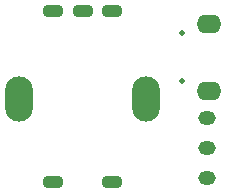
<source format=gbr>
%TF.GenerationSoftware,Altium Limited,Altium Designer,20.1.8 (145)*%
G04 Layer_Color=37055*
%FSLAX45Y45*%
%MOMM*%
%TF.SameCoordinates,B8344769-4606-4218-AAAC-353AEC7BCCEF*%
%TF.FilePolarity,Negative*%
%TF.FileFunction,Soldermask,Top*%
%TF.Part,Single*%
G01*
G75*
%TA.AperFunction,ComponentPad*%
G04:AMPARAMS|DCode=42|XSize=1.2mm|YSize=1.5mm|CornerRadius=0.6mm|HoleSize=0mm|Usage=FLASHONLY|Rotation=270.000|XOffset=0mm|YOffset=0mm|HoleType=Round|Shape=RoundedRectangle|*
%AMROUNDEDRECTD42*
21,1,1.20000,0.30000,0,0,270.0*
21,1,0.00000,1.50000,0,0,270.0*
1,1,1.20000,-0.15000,0.00000*
1,1,1.20000,-0.15000,0.00000*
1,1,1.20000,0.15000,0.00000*
1,1,1.20000,0.15000,0.00000*
%
%ADD42ROUNDEDRECTD42*%
%ADD43O,1.80000X1.10000*%
%ADD44O,2.35000X3.85000*%
G04:AMPARAMS|DCode=45|XSize=2.35mm|YSize=3.85mm|CornerRadius=1.175mm|HoleSize=0mm|Usage=FLASHONLY|Rotation=180.000|XOffset=0mm|YOffset=0mm|HoleType=Round|Shape=RoundedRectangle|*
%AMROUNDEDRECTD45*
21,1,2.35000,1.50000,0,0,180.0*
21,1,0.00000,3.85000,0,0,180.0*
1,1,2.35000,0.00000,0.75000*
1,1,2.35000,0.00000,0.75000*
1,1,2.35000,0.00000,-0.75000*
1,1,2.35000,0.00000,-0.75000*
%
%ADD45ROUNDEDRECTD45*%
%ADD46C,0.50000*%
%ADD47O,2.10000X1.60000*%
D42*
X1727423Y106096D02*
D03*
Y614096D02*
D03*
Y360096D02*
D03*
D43*
X927041Y1525480D02*
D03*
X427041D02*
D03*
X677041D02*
D03*
X927041Y75479D02*
D03*
X427041D02*
D03*
D44*
X139541Y775480D02*
D03*
D45*
X1214541D02*
D03*
D46*
X1513774Y932022D02*
D03*
Y1332022D02*
D03*
D47*
X1748775Y1415022D02*
D03*
Y849022D02*
D03*
%TF.MD5,1aef28170e94528117c40b6be53087fe*%
M02*

</source>
